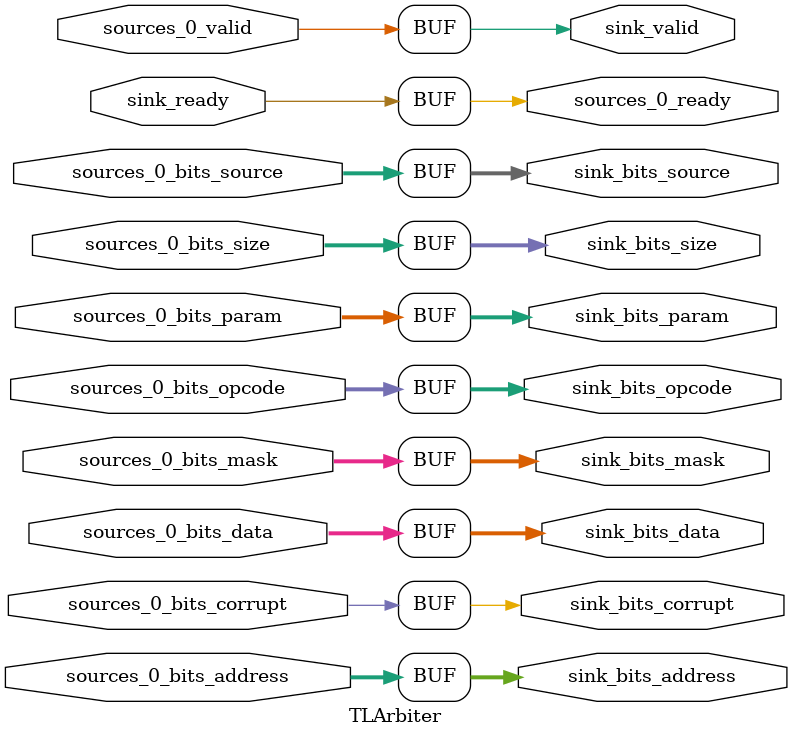
<source format=sv>
`ifndef RANDOMIZE
  `ifdef RANDOMIZE_REG_INIT
    `define RANDOMIZE
  `endif // RANDOMIZE_REG_INIT
`endif // not def RANDOMIZE

`ifndef RANDOM
  `define RANDOM $random
`endif // not def RANDOM

// Users can define 'ASSERT_VERBOSE_COND' to add an extra gate to assert error printing.
`ifndef ASSERT_VERBOSE_COND_
  `ifdef ASSERT_VERBOSE_COND
    `define ASSERT_VERBOSE_COND_ (`ASSERT_VERBOSE_COND)
  `else  // ASSERT_VERBOSE_COND
    `define ASSERT_VERBOSE_COND_ 1
  `endif // ASSERT_VERBOSE_COND
`endif // not def ASSERT_VERBOSE_COND_

// Users can define 'STOP_COND' to add an extra gate to stop conditions.
`ifndef STOP_COND_
  `ifdef STOP_COND
    `define STOP_COND_ (`STOP_COND)
  `else  // STOP_COND
    `define STOP_COND_ 1
  `endif // STOP_COND
`endif // not def STOP_COND_

// Users can define INIT_RANDOM as general code that gets injected into the
// initializer block for modules with registers.
`ifndef INIT_RANDOM
  `define INIT_RANDOM
`endif // not def INIT_RANDOM

// If using random initialization, you can also define RANDOMIZE_DELAY to
// customize the delay used, otherwise 0.002 is used.
`ifndef RANDOMIZE_DELAY
  `define RANDOMIZE_DELAY 0.002
`endif // not def RANDOMIZE_DELAY

// Define INIT_RANDOM_PROLOG_ for use in our modules below.
`ifndef INIT_RANDOM_PROLOG_
  `ifdef RANDOMIZE
    `ifdef VERILATOR
      `define INIT_RANDOM_PROLOG_ `INIT_RANDOM
    `else  // VERILATOR
      `define INIT_RANDOM_PROLOG_ `INIT_RANDOM #`RANDOMIZE_DELAY begin end
    `endif // VERILATOR
  `else  // RANDOMIZE
    `define INIT_RANDOM_PROLOG_
  `endif // RANDOMIZE
`endif // not def INIT_RANDOM_PROLOG_

module TLArbiter(
  input         sink_ready,	// tilelink/src/xbar/TLArbiter.scala:61:16
                sources_0_valid,	// tilelink/src/xbar/TLArbiter.scala:62:58
  input  [2:0]  sources_0_bits_opcode,	// tilelink/src/xbar/TLArbiter.scala:62:58
                sources_0_bits_param,	// tilelink/src/xbar/TLArbiter.scala:62:58
  input  [3:0]  sources_0_bits_size,	// tilelink/src/xbar/TLArbiter.scala:62:58
  input  [1:0]  sources_0_bits_source,	// tilelink/src/xbar/TLArbiter.scala:62:58
  input  [31:0] sources_0_bits_address,	// tilelink/src/xbar/TLArbiter.scala:62:58
  input  [7:0]  sources_0_bits_mask,	// tilelink/src/xbar/TLArbiter.scala:62:58
  input  [63:0] sources_0_bits_data,	// tilelink/src/xbar/TLArbiter.scala:62:58
  input         sources_0_bits_corrupt,	// tilelink/src/xbar/TLArbiter.scala:62:58
  output        sink_valid,	// tilelink/src/xbar/TLArbiter.scala:61:16
  output [2:0]  sink_bits_opcode,	// tilelink/src/xbar/TLArbiter.scala:61:16
                sink_bits_param,	// tilelink/src/xbar/TLArbiter.scala:61:16
  output [3:0]  sink_bits_size,	// tilelink/src/xbar/TLArbiter.scala:61:16
  output [1:0]  sink_bits_source,	// tilelink/src/xbar/TLArbiter.scala:61:16
  output [31:0] sink_bits_address,	// tilelink/src/xbar/TLArbiter.scala:61:16
  output [7:0]  sink_bits_mask,	// tilelink/src/xbar/TLArbiter.scala:61:16
  output [63:0] sink_bits_data,	// tilelink/src/xbar/TLArbiter.scala:61:16
  output        sink_bits_corrupt,	// tilelink/src/xbar/TLArbiter.scala:61:16
                sources_0_ready	// tilelink/src/xbar/TLArbiter.scala:62:58
);

  assign sink_valid = sources_0_valid;
  assign sink_bits_opcode = sources_0_bits_opcode;
  assign sink_bits_param = sources_0_bits_param;
  assign sink_bits_size = sources_0_bits_size;
  assign sink_bits_source = sources_0_bits_source;
  assign sink_bits_address = sources_0_bits_address;
  assign sink_bits_mask = sources_0_bits_mask;
  assign sink_bits_data = sources_0_bits_data;
  assign sink_bits_corrupt = sources_0_bits_corrupt;
  assign sources_0_ready = sink_ready;
endmodule


</source>
